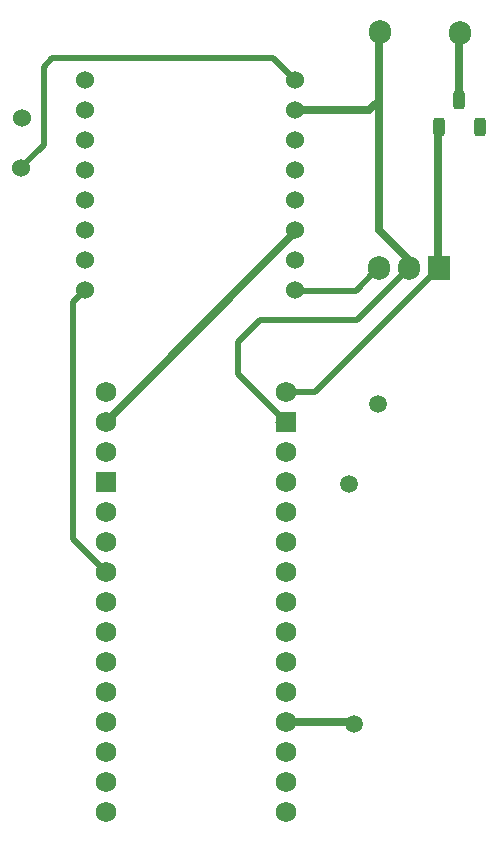
<source format=gtl>
%TF.GenerationSoftware,KiCad,Pcbnew,9.0.1*%
%TF.CreationDate,2025-04-20T20:44:27+02:00*%
%TF.ProjectId,Garcouille_V1,47617263-6f75-4696-9c6c-655f56312e6b,rev?*%
%TF.SameCoordinates,Original*%
%TF.FileFunction,Copper,L1,Top*%
%TF.FilePolarity,Positive*%
%FSLAX46Y46*%
G04 Gerber Fmt 4.6, Leading zero omitted, Abs format (unit mm)*
G04 Created by KiCad (PCBNEW 9.0.1) date 2025-04-20 20:44:27*
%MOMM*%
%LPD*%
G01*
G04 APERTURE LIST*
G04 Aperture macros list*
%AMRoundRect*
0 Rectangle with rounded corners*
0 $1 Rounding radius*
0 $2 $3 $4 $5 $6 $7 $8 $9 X,Y pos of 4 corners*
0 Add a 4 corners polygon primitive as box body*
4,1,4,$2,$3,$4,$5,$6,$7,$8,$9,$2,$3,0*
0 Add four circle primitives for the rounded corners*
1,1,$1+$1,$2,$3*
1,1,$1+$1,$4,$5*
1,1,$1+$1,$6,$7*
1,1,$1+$1,$8,$9*
0 Add four rect primitives between the rounded corners*
20,1,$1+$1,$2,$3,$4,$5,0*
20,1,$1+$1,$4,$5,$6,$7,0*
20,1,$1+$1,$6,$7,$8,$9,0*
20,1,$1+$1,$8,$9,$2,$3,0*%
G04 Aperture macros list end*
%TA.AperFunction,ComponentPad*%
%ADD10O,1.905000X2.000000*%
%TD*%
%TA.AperFunction,ComponentPad*%
%ADD11C,1.524000*%
%TD*%
%TA.AperFunction,ComponentPad*%
%ADD12C,1.500000*%
%TD*%
%TA.AperFunction,ComponentPad*%
%ADD13R,1.905000X2.000000*%
%TD*%
%TA.AperFunction,ComponentPad*%
%ADD14C,1.727200*%
%TD*%
%TA.AperFunction,ComponentPad*%
%ADD15R,1.727200X1.727200*%
%TD*%
%TA.AperFunction,SMDPad,CuDef*%
%ADD16RoundRect,0.250000X-0.250000X-0.550000X0.250000X-0.550000X0.250000X0.550000X-0.250000X0.550000X0*%
%TD*%
%TA.AperFunction,Conductor*%
%ADD17C,0.500000*%
%TD*%
%TA.AperFunction,Conductor*%
%ADD18C,0.700000*%
%TD*%
%TA.AperFunction,Conductor*%
%ADD19C,0.200000*%
%TD*%
G04 APERTURE END LIST*
D10*
%TO.P,,3,VO*%
%TO.N,GND*%
X136144000Y-43586400D03*
%TD*%
D11*
%TO.P,,8,SPK2*%
%TO.N,Net-(DFR1-SPK2)*%
X105765600Y-55118000D03*
%TD*%
D12*
%TO.P,,3,VCC*%
%TO.N,Net-(DFR1-VCC)*%
X135991600Y-75082400D03*
%TD*%
D13*
%TO.P,U2,1,VI*%
%TO.N,Net-(SW1-C)*%
X141147800Y-63576200D03*
D10*
%TO.P,U2,2,GND*%
%TO.N,GND*%
X138607800Y-63576200D03*
%TO.P,U2,3,VO*%
%TO.N,Net-(DFR1-VCC)*%
X136067800Y-63576200D03*
%TD*%
%TO.P,,3,VO*%
%TO.N,+9V*%
X142951200Y-43688000D03*
%TD*%
D14*
%TO.P,A1,3V3,3.3V*%
%TO.N,unconnected-(A1-3.3V-Pad3V3)*%
X128180000Y-107080000D03*
%TO.P,A1,5V,5V*%
%TO.N,unconnected-(A1-Pad5V)*%
X128180000Y-81680000D03*
%TO.P,A1,A0,A0*%
%TO.N,Net-(SR1-OUT)*%
X128180000Y-102000000D03*
%TO.P,A1,A1,A1*%
%TO.N,unconnected-(A1-PadA1)*%
X128180000Y-99460000D03*
%TO.P,A1,A2,A2*%
%TO.N,unconnected-(A1-PadA2)*%
X128180000Y-96920000D03*
%TO.P,A1,A3,A3*%
%TO.N,unconnected-(A1-PadA3)*%
X128180000Y-94380000D03*
%TO.P,A1,A4,A4/SDA*%
%TO.N,unconnected-(A1-A4{slash}SDA-PadA4)*%
X128180000Y-91840000D03*
%TO.P,A1,A5,A5/SCL*%
%TO.N,unconnected-(A1-A5{slash}SCL-PadA5)*%
X128180000Y-89300000D03*
%TO.P,A1,A6,A6*%
%TO.N,unconnected-(A1-PadA6)*%
X128180000Y-86760000D03*
%TO.P,A1,A7,A7*%
%TO.N,unconnected-(A1-PadA7)*%
X128180000Y-84220000D03*
%TO.P,A1,B0,B0*%
%TO.N,unconnected-(A1-PadB0)*%
X128180000Y-104540000D03*
%TO.P,A1,B1,B1*%
%TO.N,unconnected-(A1-PadB1)*%
X128180000Y-79140000D03*
%TO.P,A1,D0,D0/RX*%
%TO.N,Net-(A1-D0{slash}RX)*%
X112940000Y-76600000D03*
%TO.P,A1,D1,D1/TX*%
%TO.N,Net-(A1-D1{slash}TX)*%
X112940000Y-74060000D03*
%TO.P,A1,D2,D2*%
%TO.N,unconnected-(A1-PadD2)*%
X112940000Y-84220000D03*
%TO.P,A1,D3,D3*%
%TO.N,unconnected-(A1-PadD3)*%
X112940000Y-86760000D03*
%TO.P,A1,D4,D4*%
%TO.N,Net-(DFR1-BUSY)*%
X112940000Y-89300000D03*
%TO.P,A1,D5,D5*%
%TO.N,unconnected-(A1-PadD5)*%
X112940000Y-91840000D03*
%TO.P,A1,D6,D6*%
%TO.N,unconnected-(A1-PadD6)*%
X112940000Y-94380000D03*
%TO.P,A1,D7,D7*%
%TO.N,unconnected-(A1-PadD7)*%
X112940000Y-96920000D03*
%TO.P,A1,D8,D8*%
%TO.N,unconnected-(A1-PadD8)*%
X112940000Y-99460000D03*
%TO.P,A1,D9,D9*%
%TO.N,unconnected-(A1-PadD9)*%
X112940000Y-102000000D03*
%TO.P,A1,D10,D10*%
%TO.N,unconnected-(A1-PadD10)*%
X112940000Y-104540000D03*
%TO.P,A1,D11,D11_MOSI*%
%TO.N,unconnected-(A1-D11_MOSI-PadD11)*%
X112940000Y-107080000D03*
%TO.P,A1,D12,D12_MISO*%
%TO.N,unconnected-(A1-D12_MISO-PadD12)*%
X112940000Y-109620000D03*
%TO.P,A1,D13,D13_SCK*%
%TO.N,unconnected-(A1-D13_SCK-PadD13)*%
X128180000Y-109620000D03*
D15*
%TO.P,A1,GND1,GND*%
%TO.N,GND*%
X112940000Y-81680000D03*
%TO.P,A1,GND2,GND*%
X128180000Y-76600000D03*
D14*
%TO.P,A1,RST,~{RESET}*%
%TO.N,unconnected-(A1-~{RESET}-PadRST)*%
X112940000Y-79140000D03*
%TO.P,A1,VIN,VIN*%
%TO.N,Net-(SW1-C)*%
X128180000Y-74060000D03*
%TD*%
D11*
%TO.P,DFR1,1,VCC*%
%TO.N,Net-(DFR1-VCC)*%
X128981200Y-65481200D03*
%TO.P,DFR1,2,RX*%
%TO.N,Net-(A1-D1{slash}TX)*%
X128981200Y-62941200D03*
%TO.P,DFR1,3,TX*%
%TO.N,Net-(A1-D0{slash}RX)*%
X128981200Y-60401200D03*
%TO.P,DFR1,4,DAC_R*%
%TO.N,unconnected-(DFR1-DAC_R-Pad4)*%
X128981200Y-57861200D03*
%TO.P,DFR1,5,DAC_I*%
%TO.N,unconnected-(DFR1-DAC_I-Pad5)*%
X128981200Y-55321200D03*
%TO.P,DFR1,6,SPK1*%
%TO.N,Net-(DFR1-SPK1)*%
X128981200Y-52781200D03*
%TO.P,DFR1,7,GND*%
%TO.N,GND*%
X128981200Y-50241200D03*
%TO.P,DFR1,8,SPK2*%
%TO.N,Net-(DFR1-SPK2)*%
X128981200Y-47701200D03*
%TO.P,DFR1,9,IO_2*%
%TO.N,unconnected-(DFR1-IO_2-Pad9)*%
X111201200Y-47701200D03*
%TO.P,DFR1,10,GND*%
%TO.N,unconnected-(DFR1-GND-Pad10)*%
X111201200Y-50241200D03*
%TO.P,DFR1,11,IO_2*%
%TO.N,unconnected-(DFR1-IO_2-Pad11)*%
X111201200Y-52781200D03*
%TO.P,DFR1,12,ADKEY_1*%
%TO.N,unconnected-(DFR1-ADKEY_1-Pad12)*%
X111201200Y-55321200D03*
%TO.P,DFR1,13,ADKEY_2*%
%TO.N,unconnected-(DFR1-ADKEY_2-Pad13)*%
X111201200Y-57861200D03*
%TO.P,DFR1,14,USB+*%
%TO.N,unconnected-(DFR1-USB+-Pad14)*%
X111201200Y-60401200D03*
%TO.P,DFR1,15,USB-*%
%TO.N,unconnected-(DFR1-USB--Pad15)*%
X111201200Y-62941200D03*
%TO.P,DFR1,16,BUSY*%
%TO.N,Net-(DFR1-BUSY)*%
X111201200Y-65481200D03*
%TD*%
D12*
%TO.P,,1,GND*%
%TO.N,GND*%
X133553200Y-81838800D03*
%TD*%
%TO.P,,2,OUT*%
%TO.N,Net-(SR1-OUT)*%
X133959600Y-102158800D03*
%TD*%
D16*
%TO.P,SW1,1,C*%
%TO.N,Net-(SW1-C)*%
X141150400Y-51645200D03*
%TO.P,SW1,2,B*%
%TO.N,+9V*%
X142900400Y-49345200D03*
%TO.P,SW1,3,A*%
%TO.N,unconnected-(SW1-A-Pad3)*%
X144650400Y-51645200D03*
%TD*%
D11*
%TO.P,,6,SPK1*%
%TO.N,Net-(DFR1-SPK1)*%
X105867200Y-50901600D03*
%TD*%
D17*
%TO.N,Net-(A1-D0{slash}RX)*%
X128981200Y-60558800D02*
X128981200Y-60401200D01*
D18*
X112940000Y-76600000D02*
X128981200Y-60558800D01*
%TO.N,GND*%
X136067800Y-49428400D02*
X136067800Y-43662600D01*
D19*
X136067800Y-43662600D02*
X136144000Y-43586400D01*
D18*
X135255000Y-50241200D02*
X128981200Y-50241200D01*
X136067800Y-60375800D02*
X136067800Y-49428400D01*
D19*
X128180000Y-76600000D02*
X127360000Y-76600000D01*
D18*
X138633200Y-62941200D02*
X136067800Y-60375800D01*
D17*
X138607800Y-63576200D02*
X134213600Y-67970400D01*
X125984000Y-67970400D02*
X124129800Y-69824600D01*
D18*
X136067800Y-49428400D02*
X135255000Y-50241200D01*
D17*
X134213600Y-67970400D02*
X125984000Y-67970400D01*
X124129800Y-72549800D02*
X128180000Y-76600000D01*
X124129800Y-69824600D02*
X124129800Y-72549800D01*
D19*
X135636000Y-43586400D02*
X136144000Y-43586400D01*
D17*
%TO.N,Net-(A1-D1{slash}TX)*%
X112940000Y-74060000D02*
X113392000Y-74060000D01*
%TO.N,Net-(DFR1-BUSY)*%
X110185200Y-86545200D02*
X110185200Y-66497200D01*
X112940000Y-89300000D02*
X110185200Y-86545200D01*
X110185200Y-66497200D02*
X111201200Y-65481200D01*
D18*
%TO.N,Net-(SR1-OUT)*%
X133959600Y-102158800D02*
X133800800Y-102000000D01*
X133800800Y-102000000D02*
X128180000Y-102000000D01*
%TO.N,+9V*%
X142900400Y-49345200D02*
X142900400Y-43738800D01*
X142900400Y-43738800D02*
X142951200Y-43688000D01*
D17*
%TO.N,Net-(SW1-C)*%
X141147800Y-63576200D02*
X130664000Y-74060000D01*
D18*
X141150400Y-51645200D02*
X141122400Y-51673200D01*
X140667800Y-63096200D02*
X141147800Y-63576200D01*
X141122400Y-51673200D02*
X141122400Y-63550800D01*
D17*
X130664000Y-74060000D02*
X128180000Y-74060000D01*
D18*
X141122400Y-63550800D02*
X141147800Y-63576200D01*
D17*
%TO.N,Net-(DFR1-VCC)*%
X134112000Y-65532000D02*
X135692000Y-63952000D01*
X129032000Y-65532000D02*
X134112000Y-65532000D01*
D19*
X136067800Y-63576200D02*
X135692000Y-63952000D01*
D17*
%TO.N,Net-(DFR1-SPK2)*%
X108407200Y-45821600D02*
X107696000Y-46532800D01*
X128981200Y-47701200D02*
X127101600Y-45821600D01*
X107696000Y-53136800D02*
X105765600Y-55067200D01*
X107696000Y-46532800D02*
X107696000Y-53136800D01*
X127101600Y-45821600D02*
X108407200Y-45821600D01*
X105765600Y-55067200D02*
X105765600Y-55118000D01*
%TD*%
M02*

</source>
